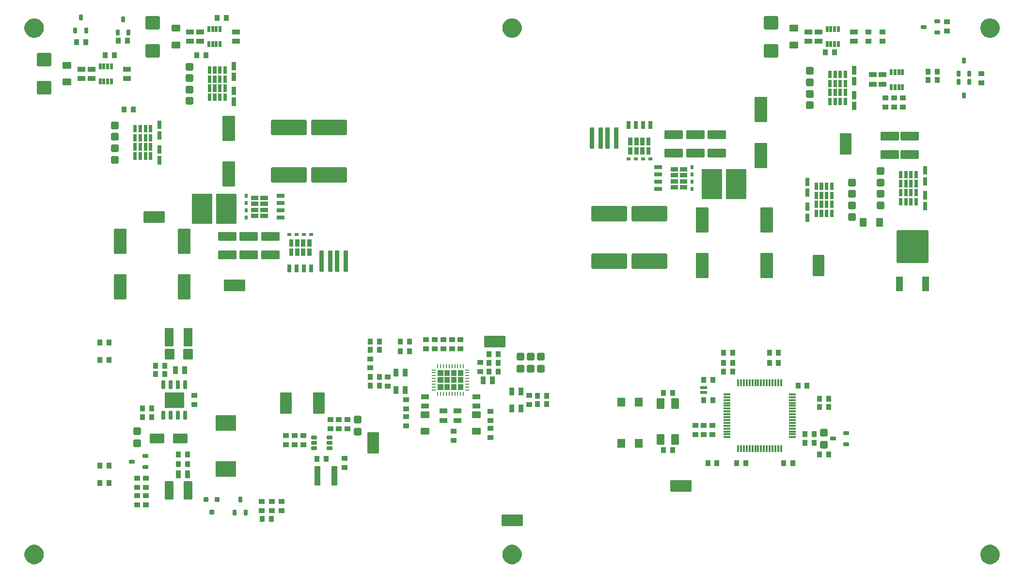
<source format=gtp>
G04*
G04 #@! TF.GenerationSoftware,Altium Limited,Altium Designer,24.10.1 (45)*
G04*
G04 Layer_Color=8421504*
%FSLAX25Y25*%
%MOIN*%
G70*
G04*
G04 #@! TF.SameCoordinates,8297811D-FD7C-4D97-94B9-FAC798D6AB2D*
G04*
G04*
G04 #@! TF.FilePolarity,Positive*
G04*
G01*
G75*
G04:AMPARAMS|DCode=20|XSize=43.31mil|YSize=35.43mil|CornerRadius=2.66mil|HoleSize=0mil|Usage=FLASHONLY|Rotation=270.000|XOffset=0mil|YOffset=0mil|HoleType=Round|Shape=RoundedRectangle|*
%AMROUNDEDRECTD20*
21,1,0.04331,0.03012,0,0,270.0*
21,1,0.03799,0.03543,0,0,270.0*
1,1,0.00532,-0.01506,-0.01900*
1,1,0.00532,-0.01506,0.01900*
1,1,0.00532,0.01506,0.01900*
1,1,0.00532,0.01506,-0.01900*
%
%ADD20ROUNDEDRECTD20*%
G04:AMPARAMS|DCode=21|XSize=43.31mil|YSize=35.43mil|CornerRadius=2.66mil|HoleSize=0mil|Usage=FLASHONLY|Rotation=180.000|XOffset=0mil|YOffset=0mil|HoleType=Round|Shape=RoundedRectangle|*
%AMROUNDEDRECTD21*
21,1,0.04331,0.03012,0,0,180.0*
21,1,0.03799,0.03543,0,0,180.0*
1,1,0.00532,-0.01900,0.01506*
1,1,0.00532,0.01900,0.01506*
1,1,0.00532,0.01900,-0.01506*
1,1,0.00532,-0.01900,-0.01506*
%
%ADD21ROUNDEDRECTD21*%
G04:AMPARAMS|DCode=22|XSize=27.95mil|YSize=23.23mil|CornerRadius=2.9mil|HoleSize=0mil|Usage=FLASHONLY|Rotation=270.000|XOffset=0mil|YOffset=0mil|HoleType=Round|Shape=RoundedRectangle|*
%AMROUNDEDRECTD22*
21,1,0.02795,0.01742,0,0,270.0*
21,1,0.02215,0.02323,0,0,270.0*
1,1,0.00581,-0.00871,-0.01107*
1,1,0.00581,-0.00871,0.01107*
1,1,0.00581,0.00871,0.01107*
1,1,0.00581,0.00871,-0.01107*
%
%ADD22ROUNDEDRECTD22*%
G04:AMPARAMS|DCode=23|XSize=27.95mil|YSize=54.02mil|CornerRadius=3.49mil|HoleSize=0mil|Usage=FLASHONLY|Rotation=90.000|XOffset=0mil|YOffset=0mil|HoleType=Round|Shape=RoundedRectangle|*
%AMROUNDEDRECTD23*
21,1,0.02795,0.04703,0,0,90.0*
21,1,0.02097,0.05402,0,0,90.0*
1,1,0.00699,0.02351,0.01048*
1,1,0.00699,0.02351,-0.01048*
1,1,0.00699,-0.02351,-0.01048*
1,1,0.00699,-0.02351,0.01048*
%
%ADD23ROUNDEDRECTD23*%
G04:AMPARAMS|DCode=24|XSize=50.39mil|YSize=51.18mil|CornerRadius=6.3mil|HoleSize=0mil|Usage=FLASHONLY|Rotation=0.000|XOffset=0mil|YOffset=0mil|HoleType=Round|Shape=RoundedRectangle|*
%AMROUNDEDRECTD24*
21,1,0.05039,0.03858,0,0,0.0*
21,1,0.03780,0.05118,0,0,0.0*
1,1,0.01260,0.01890,-0.01929*
1,1,0.01260,-0.01890,-0.01929*
1,1,0.01260,-0.01890,0.01929*
1,1,0.01260,0.01890,0.01929*
%
%ADD24ROUNDEDRECTD24*%
G04:AMPARAMS|DCode=25|XSize=149.61mil|YSize=78.74mil|CornerRadius=5.91mil|HoleSize=0mil|Usage=FLASHONLY|Rotation=270.000|XOffset=0mil|YOffset=0mil|HoleType=Round|Shape=RoundedRectangle|*
%AMROUNDEDRECTD25*
21,1,0.14961,0.06693,0,0,270.0*
21,1,0.13780,0.07874,0,0,270.0*
1,1,0.01181,-0.03347,-0.06890*
1,1,0.01181,-0.03347,0.06890*
1,1,0.01181,0.03347,0.06890*
1,1,0.01181,0.03347,-0.06890*
%
%ADD25ROUNDEDRECTD25*%
G04:AMPARAMS|DCode=26|XSize=23.62mil|YSize=61.02mil|CornerRadius=2.95mil|HoleSize=0mil|Usage=FLASHONLY|Rotation=0.000|XOffset=0mil|YOffset=0mil|HoleType=Round|Shape=RoundedRectangle|*
%AMROUNDEDRECTD26*
21,1,0.02362,0.05512,0,0,0.0*
21,1,0.01772,0.06102,0,0,0.0*
1,1,0.00591,0.00886,-0.02756*
1,1,0.00591,-0.00886,-0.02756*
1,1,0.00591,-0.00886,0.02756*
1,1,0.00591,0.00886,0.02756*
%
%ADD26ROUNDEDRECTD26*%
G04:AMPARAMS|DCode=27|XSize=142.91mil|YSize=209.84mil|CornerRadius=10.72mil|HoleSize=0mil|Usage=FLASHONLY|Rotation=180.000|XOffset=0mil|YOffset=0mil|HoleType=Round|Shape=RoundedRectangle|*
%AMROUNDEDRECTD27*
21,1,0.14291,0.18840,0,0,180.0*
21,1,0.12148,0.20984,0,0,180.0*
1,1,0.02144,-0.06074,0.09420*
1,1,0.02144,0.06074,0.09420*
1,1,0.02144,0.06074,-0.09420*
1,1,0.02144,-0.06074,-0.09420*
%
%ADD27ROUNDEDRECTD27*%
G04:AMPARAMS|DCode=28|XSize=27.95mil|YSize=54.02mil|CornerRadius=3.49mil|HoleSize=0mil|Usage=FLASHONLY|Rotation=180.000|XOffset=0mil|YOffset=0mil|HoleType=Round|Shape=RoundedRectangle|*
%AMROUNDEDRECTD28*
21,1,0.02795,0.04703,0,0,180.0*
21,1,0.02097,0.05402,0,0,180.0*
1,1,0.00699,-0.01048,0.02351*
1,1,0.00699,0.01048,0.02351*
1,1,0.00699,0.01048,-0.02351*
1,1,0.00699,-0.01048,-0.02351*
%
%ADD28ROUNDEDRECTD28*%
G04:AMPARAMS|DCode=29|XSize=27.95mil|YSize=23.23mil|CornerRadius=2.9mil|HoleSize=0mil|Usage=FLASHONLY|Rotation=0.000|XOffset=0mil|YOffset=0mil|HoleType=Round|Shape=RoundedRectangle|*
%AMROUNDEDRECTD29*
21,1,0.02795,0.01742,0,0,0.0*
21,1,0.02215,0.02323,0,0,0.0*
1,1,0.00581,0.01107,-0.00871*
1,1,0.00581,-0.01107,-0.00871*
1,1,0.00581,-0.01107,0.00871*
1,1,0.00581,0.01107,0.00871*
%
%ADD29ROUNDEDRECTD29*%
G04:AMPARAMS|DCode=30|XSize=86.61mil|YSize=173.23mil|CornerRadius=6.5mil|HoleSize=0mil|Usage=FLASHONLY|Rotation=180.000|XOffset=0mil|YOffset=0mil|HoleType=Round|Shape=RoundedRectangle|*
%AMROUNDEDRECTD30*
21,1,0.08661,0.16024,0,0,180.0*
21,1,0.07362,0.17323,0,0,180.0*
1,1,0.01299,-0.03681,0.08012*
1,1,0.01299,0.03681,0.08012*
1,1,0.01299,0.03681,-0.08012*
1,1,0.01299,-0.03681,-0.08012*
%
%ADD30ROUNDEDRECTD30*%
G04:AMPARAMS|DCode=31|XSize=149.61mil|YSize=78.74mil|CornerRadius=5.91mil|HoleSize=0mil|Usage=FLASHONLY|Rotation=180.000|XOffset=0mil|YOffset=0mil|HoleType=Round|Shape=RoundedRectangle|*
%AMROUNDEDRECTD31*
21,1,0.14961,0.06693,0,0,180.0*
21,1,0.13780,0.07874,0,0,180.0*
1,1,0.01181,-0.06890,0.03347*
1,1,0.01181,0.06890,0.03347*
1,1,0.01181,0.06890,-0.03347*
1,1,0.01181,-0.06890,-0.03347*
%
%ADD31ROUNDEDRECTD31*%
G04:AMPARAMS|DCode=32|XSize=106.3mil|YSize=244.1mil|CornerRadius=7.97mil|HoleSize=0mil|Usage=FLASHONLY|Rotation=270.000|XOffset=0mil|YOffset=0mil|HoleType=Round|Shape=RoundedRectangle|*
%AMROUNDEDRECTD32*
21,1,0.10630,0.22815,0,0,270.0*
21,1,0.09035,0.24410,0,0,270.0*
1,1,0.01595,-0.11408,-0.04518*
1,1,0.01595,-0.11408,0.04518*
1,1,0.01595,0.11408,0.04518*
1,1,0.01595,0.11408,-0.04518*
%
%ADD32ROUNDEDRECTD32*%
G04:AMPARAMS|DCode=33|XSize=25.59mil|YSize=37.4mil|CornerRadius=3.2mil|HoleSize=0mil|Usage=FLASHONLY|Rotation=180.000|XOffset=0mil|YOffset=0mil|HoleType=Round|Shape=RoundedRectangle|*
%AMROUNDEDRECTD33*
21,1,0.02559,0.03100,0,0,180.0*
21,1,0.01919,0.03740,0,0,180.0*
1,1,0.00640,-0.00960,0.01550*
1,1,0.00640,0.00960,0.01550*
1,1,0.00640,0.00960,-0.01550*
1,1,0.00640,-0.00960,-0.01550*
%
%ADD33ROUNDEDRECTD33*%
G04:AMPARAMS|DCode=34|XSize=25.59mil|YSize=37.4mil|CornerRadius=3.2mil|HoleSize=0mil|Usage=FLASHONLY|Rotation=270.000|XOffset=0mil|YOffset=0mil|HoleType=Round|Shape=RoundedRectangle|*
%AMROUNDEDRECTD34*
21,1,0.02559,0.03100,0,0,270.0*
21,1,0.01919,0.03740,0,0,270.0*
1,1,0.00640,-0.01550,-0.00960*
1,1,0.00640,-0.01550,0.00960*
1,1,0.00640,0.01550,0.00960*
1,1,0.00640,0.01550,-0.00960*
%
%ADD34ROUNDEDRECTD34*%
G04:AMPARAMS|DCode=35|XSize=43.31mil|YSize=35.43mil|CornerRadius=3.54mil|HoleSize=0mil|Usage=FLASHONLY|Rotation=90.000|XOffset=0mil|YOffset=0mil|HoleType=Round|Shape=RoundedRectangle|*
%AMROUNDEDRECTD35*
21,1,0.04331,0.02835,0,0,90.0*
21,1,0.03622,0.03543,0,0,90.0*
1,1,0.00709,0.01417,0.01811*
1,1,0.00709,0.01417,-0.01811*
1,1,0.00709,-0.01417,-0.01811*
1,1,0.00709,-0.01417,0.01811*
%
%ADD35ROUNDEDRECTD35*%
G04:AMPARAMS|DCode=36|XSize=62.99mil|YSize=55.12mil|CornerRadius=4.13mil|HoleSize=0mil|Usage=FLASHONLY|Rotation=90.000|XOffset=0mil|YOffset=0mil|HoleType=Round|Shape=RoundedRectangle|*
%AMROUNDEDRECTD36*
21,1,0.06299,0.04685,0,0,90.0*
21,1,0.05472,0.05512,0,0,90.0*
1,1,0.00827,0.02343,0.02736*
1,1,0.00827,0.02343,-0.02736*
1,1,0.00827,-0.02343,-0.02736*
1,1,0.00827,-0.02343,0.02736*
%
%ADD36ROUNDEDRECTD36*%
G04:AMPARAMS|DCode=37|XSize=104.33mil|YSize=141.73mil|CornerRadius=1.97mil|HoleSize=0mil|Usage=FLASHONLY|Rotation=270.000|XOffset=0mil|YOffset=0mil|HoleType=Round|Shape=RoundedRectangle|*
%AMROUNDEDRECTD37*
21,1,0.10433,0.13780,0,0,270.0*
21,1,0.10039,0.14173,0,0,270.0*
1,1,0.00394,-0.06890,-0.05020*
1,1,0.00394,-0.06890,0.05020*
1,1,0.00394,0.06890,0.05020*
1,1,0.00394,0.06890,-0.05020*
%
%ADD37ROUNDEDRECTD37*%
G04:AMPARAMS|DCode=38|XSize=51.18mil|YSize=51.18mil|CornerRadius=5.12mil|HoleSize=0mil|Usage=FLASHONLY|Rotation=270.000|XOffset=0mil|YOffset=0mil|HoleType=Round|Shape=RoundedRectangle|*
%AMROUNDEDRECTD38*
21,1,0.05118,0.04095,0,0,270.0*
21,1,0.04095,0.05118,0,0,270.0*
1,1,0.01024,-0.02047,-0.02047*
1,1,0.01024,-0.02047,0.02047*
1,1,0.01024,0.02047,0.02047*
1,1,0.01024,0.02047,-0.02047*
%
%ADD38ROUNDEDRECTD38*%
G04:AMPARAMS|DCode=39|XSize=31.5mil|YSize=35.43mil|CornerRadius=3.94mil|HoleSize=0mil|Usage=FLASHONLY|Rotation=0.000|XOffset=0mil|YOffset=0mil|HoleType=Round|Shape=RoundedRectangle|*
%AMROUNDEDRECTD39*
21,1,0.03150,0.02756,0,0,0.0*
21,1,0.02362,0.03543,0,0,0.0*
1,1,0.00787,0.01181,-0.01378*
1,1,0.00787,-0.01181,-0.01378*
1,1,0.00787,-0.01181,0.01378*
1,1,0.00787,0.01181,0.01378*
%
%ADD39ROUNDEDRECTD39*%
G04:AMPARAMS|DCode=40|XSize=74.8mil|YSize=55.12mil|CornerRadius=6.89mil|HoleSize=0mil|Usage=FLASHONLY|Rotation=270.000|XOffset=0mil|YOffset=0mil|HoleType=Round|Shape=RoundedRectangle|*
%AMROUNDEDRECTD40*
21,1,0.07480,0.04134,0,0,270.0*
21,1,0.06102,0.05512,0,0,270.0*
1,1,0.01378,-0.02067,-0.03051*
1,1,0.01378,-0.02067,0.03051*
1,1,0.01378,0.02067,0.03051*
1,1,0.01378,0.02067,-0.03051*
%
%ADD40ROUNDEDRECTD40*%
G04:AMPARAMS|DCode=41|XSize=22.64mil|YSize=44.88mil|CornerRadius=1.7mil|HoleSize=0mil|Usage=FLASHONLY|Rotation=90.000|XOffset=0mil|YOffset=0mil|HoleType=Round|Shape=RoundedRectangle|*
%AMROUNDEDRECTD41*
21,1,0.02264,0.04149,0,0,90.0*
21,1,0.01924,0.04488,0,0,90.0*
1,1,0.00340,0.02074,0.00962*
1,1,0.00340,0.02074,-0.00962*
1,1,0.00340,-0.02074,-0.00962*
1,1,0.00340,-0.02074,0.00962*
%
%ADD41ROUNDEDRECTD41*%
G04:AMPARAMS|DCode=42|XSize=11.81mil|YSize=47.24mil|CornerRadius=1.48mil|HoleSize=0mil|Usage=FLASHONLY|Rotation=90.000|XOffset=0mil|YOffset=0mil|HoleType=Round|Shape=RoundedRectangle|*
%AMROUNDEDRECTD42*
21,1,0.01181,0.04429,0,0,90.0*
21,1,0.00886,0.04724,0,0,90.0*
1,1,0.00295,0.02215,0.00443*
1,1,0.00295,0.02215,-0.00443*
1,1,0.00295,-0.02215,-0.00443*
1,1,0.00295,-0.02215,0.00443*
%
%ADD42ROUNDEDRECTD42*%
G04:AMPARAMS|DCode=43|XSize=11.81mil|YSize=47.24mil|CornerRadius=1.48mil|HoleSize=0mil|Usage=FLASHONLY|Rotation=0.000|XOffset=0mil|YOffset=0mil|HoleType=Round|Shape=RoundedRectangle|*
%AMROUNDEDRECTD43*
21,1,0.01181,0.04429,0,0,0.0*
21,1,0.00886,0.04724,0,0,0.0*
1,1,0.00295,0.00443,-0.02215*
1,1,0.00295,-0.00443,-0.02215*
1,1,0.00295,-0.00443,0.02215*
1,1,0.00295,0.00443,0.02215*
%
%ADD43ROUNDEDRECTD43*%
G04:AMPARAMS|DCode=44|XSize=43.31mil|YSize=35.43mil|CornerRadius=3.54mil|HoleSize=0mil|Usage=FLASHONLY|Rotation=0.000|XOffset=0mil|YOffset=0mil|HoleType=Round|Shape=RoundedRectangle|*
%AMROUNDEDRECTD44*
21,1,0.04331,0.02835,0,0,0.0*
21,1,0.03622,0.03543,0,0,0.0*
1,1,0.00709,0.01811,-0.01417*
1,1,0.00709,-0.01811,-0.01417*
1,1,0.00709,-0.01811,0.01417*
1,1,0.00709,0.01811,0.01417*
%
%ADD44ROUNDEDRECTD44*%
G04:AMPARAMS|DCode=45|XSize=43.31mil|YSize=133.86mil|CornerRadius=1.97mil|HoleSize=0mil|Usage=FLASHONLY|Rotation=0.000|XOffset=0mil|YOffset=0mil|HoleType=Round|Shape=RoundedRectangle|*
%AMROUNDEDRECTD45*
21,1,0.04331,0.12992,0,0,0.0*
21,1,0.03937,0.13386,0,0,0.0*
1,1,0.00394,0.01968,-0.06496*
1,1,0.00394,-0.01968,-0.06496*
1,1,0.00394,-0.01968,0.06496*
1,1,0.00394,0.01968,0.06496*
%
%ADD45ROUNDEDRECTD45*%
G04:AMPARAMS|DCode=46|XSize=62.99mil|YSize=124.02mil|CornerRadius=4.72mil|HoleSize=0mil|Usage=FLASHONLY|Rotation=0.000|XOffset=0mil|YOffset=0mil|HoleType=Round|Shape=RoundedRectangle|*
%AMROUNDEDRECTD46*
21,1,0.06299,0.11457,0,0,0.0*
21,1,0.05354,0.12402,0,0,0.0*
1,1,0.00945,0.02677,-0.05728*
1,1,0.00945,-0.02677,-0.05728*
1,1,0.00945,-0.02677,0.05728*
1,1,0.00945,0.02677,0.05728*
%
%ADD46ROUNDEDRECTD46*%
G04:AMPARAMS|DCode=47|XSize=55.12mil|YSize=35.43mil|CornerRadius=2.66mil|HoleSize=0mil|Usage=FLASHONLY|Rotation=90.000|XOffset=0mil|YOffset=0mil|HoleType=Round|Shape=RoundedRectangle|*
%AMROUNDEDRECTD47*
21,1,0.05512,0.03012,0,0,90.0*
21,1,0.04980,0.03543,0,0,90.0*
1,1,0.00532,0.01506,0.02490*
1,1,0.00532,0.01506,-0.02490*
1,1,0.00532,-0.01506,-0.02490*
1,1,0.00532,-0.01506,0.02490*
%
%ADD47ROUNDEDRECTD47*%
G04:AMPARAMS|DCode=48|XSize=23.62mil|YSize=39.37mil|CornerRadius=2.01mil|HoleSize=0mil|Usage=FLASHONLY|Rotation=270.000|XOffset=0mil|YOffset=0mil|HoleType=Round|Shape=RoundedRectangle|*
%AMROUNDEDRECTD48*
21,1,0.02362,0.03535,0,0,270.0*
21,1,0.01961,0.03937,0,0,270.0*
1,1,0.00402,-0.01768,-0.00980*
1,1,0.00402,-0.01768,0.00980*
1,1,0.00402,0.01768,0.00980*
1,1,0.00402,0.01768,-0.00980*
%
%ADD48ROUNDEDRECTD48*%
G04:AMPARAMS|DCode=49|XSize=49.21mil|YSize=102.36mil|CornerRadius=3.69mil|HoleSize=0mil|Usage=FLASHONLY|Rotation=0.000|XOffset=0mil|YOffset=0mil|HoleType=Round|Shape=RoundedRectangle|*
%AMROUNDEDRECTD49*
21,1,0.04921,0.09498,0,0,0.0*
21,1,0.04183,0.10236,0,0,0.0*
1,1,0.00738,0.02092,-0.04749*
1,1,0.00738,-0.02092,-0.04749*
1,1,0.00738,-0.02092,0.04749*
1,1,0.00738,0.02092,0.04749*
%
%ADD49ROUNDEDRECTD49*%
G04:AMPARAMS|DCode=50|XSize=218.5mil|YSize=224.41mil|CornerRadius=5.46mil|HoleSize=0mil|Usage=FLASHONLY|Rotation=0.000|XOffset=0mil|YOffset=0mil|HoleType=Round|Shape=RoundedRectangle|*
%AMROUNDEDRECTD50*
21,1,0.21850,0.21348,0,0,0.0*
21,1,0.20758,0.22441,0,0,0.0*
1,1,0.01093,0.10379,-0.10674*
1,1,0.01093,-0.10379,-0.10674*
1,1,0.01093,-0.10379,0.10674*
1,1,0.01093,0.10379,0.10674*
%
%ADD50ROUNDEDRECTD50*%
G04:AMPARAMS|DCode=51|XSize=55.12mil|YSize=35.43mil|CornerRadius=2.66mil|HoleSize=0mil|Usage=FLASHONLY|Rotation=180.000|XOffset=0mil|YOffset=0mil|HoleType=Round|Shape=RoundedRectangle|*
%AMROUNDEDRECTD51*
21,1,0.05512,0.03012,0,0,180.0*
21,1,0.04980,0.03543,0,0,180.0*
1,1,0.00532,-0.02490,0.01506*
1,1,0.00532,0.02490,0.01506*
1,1,0.00532,0.02490,-0.01506*
1,1,0.00532,-0.02490,-0.01506*
%
%ADD51ROUNDEDRECTD51*%
G04:AMPARAMS|DCode=52|XSize=62.99mil|YSize=124.02mil|CornerRadius=4.72mil|HoleSize=0mil|Usage=FLASHONLY|Rotation=90.000|XOffset=0mil|YOffset=0mil|HoleType=Round|Shape=RoundedRectangle|*
%AMROUNDEDRECTD52*
21,1,0.06299,0.11457,0,0,90.0*
21,1,0.05354,0.12402,0,0,90.0*
1,1,0.00945,0.05728,0.02677*
1,1,0.00945,0.05728,-0.02677*
1,1,0.00945,-0.05728,-0.02677*
1,1,0.00945,-0.05728,0.02677*
%
%ADD52ROUNDEDRECTD52*%
G04:AMPARAMS|DCode=53|XSize=74.8mil|YSize=68.9mil|CornerRadius=6.89mil|HoleSize=0mil|Usage=FLASHONLY|Rotation=270.000|XOffset=0mil|YOffset=0mil|HoleType=Round|Shape=RoundedRectangle|*
%AMROUNDEDRECTD53*
21,1,0.07480,0.05512,0,0,270.0*
21,1,0.06102,0.06890,0,0,270.0*
1,1,0.01378,-0.02756,-0.03051*
1,1,0.01378,-0.02756,0.03051*
1,1,0.01378,0.02756,0.03051*
1,1,0.01378,0.02756,-0.03051*
%
%ADD53ROUNDEDRECTD53*%
G04:AMPARAMS|DCode=54|XSize=98.43mil|YSize=66.93mil|CornerRadius=1.97mil|HoleSize=0mil|Usage=FLASHONLY|Rotation=180.000|XOffset=0mil|YOffset=0mil|HoleType=Round|Shape=RoundedRectangle|*
%AMROUNDEDRECTD54*
21,1,0.09843,0.06299,0,0,180.0*
21,1,0.09449,0.06693,0,0,180.0*
1,1,0.00394,-0.04724,0.03150*
1,1,0.00394,0.04724,0.03150*
1,1,0.00394,0.04724,-0.03150*
1,1,0.00394,-0.04724,-0.03150*
%
%ADD54ROUNDEDRECTD54*%
G04:AMPARAMS|DCode=55|XSize=30mil|YSize=145.98mil|CornerRadius=2.25mil|HoleSize=0mil|Usage=FLASHONLY|Rotation=0.000|XOffset=0mil|YOffset=0mil|HoleType=Round|Shape=RoundedRectangle|*
%AMROUNDEDRECTD55*
21,1,0.03000,0.14148,0,0,0.0*
21,1,0.02550,0.14598,0,0,0.0*
1,1,0.00450,0.01275,-0.07074*
1,1,0.00450,-0.01275,-0.07074*
1,1,0.00450,-0.01275,0.07074*
1,1,0.00450,0.01275,0.07074*
%
%ADD55ROUNDEDRECTD55*%
G04:AMPARAMS|DCode=56|XSize=47.24mil|YSize=59.06mil|CornerRadius=3.54mil|HoleSize=0mil|Usage=FLASHONLY|Rotation=270.000|XOffset=0mil|YOffset=0mil|HoleType=Round|Shape=RoundedRectangle|*
%AMROUNDEDRECTD56*
21,1,0.04724,0.05197,0,0,270.0*
21,1,0.04016,0.05906,0,0,270.0*
1,1,0.00709,-0.02598,-0.02008*
1,1,0.00709,-0.02598,0.02008*
1,1,0.00709,0.02598,0.02008*
1,1,0.00709,0.02598,-0.02008*
%
%ADD56ROUNDEDRECTD56*%
G04:AMPARAMS|DCode=57|XSize=23.62mil|YSize=9.84mil|CornerRadius=1.23mil|HoleSize=0mil|Usage=FLASHONLY|Rotation=180.000|XOffset=0mil|YOffset=0mil|HoleType=Round|Shape=RoundedRectangle|*
%AMROUNDEDRECTD57*
21,1,0.02362,0.00738,0,0,180.0*
21,1,0.02116,0.00984,0,0,180.0*
1,1,0.00246,-0.01058,0.00369*
1,1,0.00246,0.01058,0.00369*
1,1,0.00246,0.01058,-0.00369*
1,1,0.00246,-0.01058,-0.00369*
%
%ADD57ROUNDEDRECTD57*%
G04:AMPARAMS|DCode=58|XSize=23.62mil|YSize=9.84mil|CornerRadius=1.23mil|HoleSize=0mil|Usage=FLASHONLY|Rotation=90.000|XOffset=0mil|YOffset=0mil|HoleType=Round|Shape=RoundedRectangle|*
%AMROUNDEDRECTD58*
21,1,0.02362,0.00738,0,0,90.0*
21,1,0.02116,0.00984,0,0,90.0*
1,1,0.00246,0.00369,0.01058*
1,1,0.00246,0.00369,-0.01058*
1,1,0.00246,-0.00369,-0.01058*
1,1,0.00246,-0.00369,0.01058*
%
%ADD58ROUNDEDRECTD58*%
G04:AMPARAMS|DCode=59|XSize=17.72mil|YSize=41.34mil|CornerRadius=2.22mil|HoleSize=0mil|Usage=FLASHONLY|Rotation=0.000|XOffset=0mil|YOffset=0mil|HoleType=Round|Shape=RoundedRectangle|*
%AMROUNDEDRECTD59*
21,1,0.01772,0.03691,0,0,0.0*
21,1,0.01329,0.04134,0,0,0.0*
1,1,0.00443,0.00664,-0.01846*
1,1,0.00443,-0.00664,-0.01846*
1,1,0.00443,-0.00664,0.01846*
1,1,0.00443,0.00664,0.01846*
%
%ADD59ROUNDEDRECTD59*%
G04:AMPARAMS|DCode=60|XSize=47.24mil|YSize=59.06mil|CornerRadius=3.54mil|HoleSize=0mil|Usage=FLASHONLY|Rotation=0.000|XOffset=0mil|YOffset=0mil|HoleType=Round|Shape=RoundedRectangle|*
%AMROUNDEDRECTD60*
21,1,0.04724,0.05197,0,0,0.0*
21,1,0.04016,0.05906,0,0,0.0*
1,1,0.00709,0.02008,-0.02598*
1,1,0.00709,-0.02008,-0.02598*
1,1,0.00709,-0.02008,0.02598*
1,1,0.00709,0.02008,0.02598*
%
%ADD60ROUNDEDRECTD60*%
G04:AMPARAMS|DCode=61|XSize=90.55mil|YSize=98.43mil|CornerRadius=6.79mil|HoleSize=0mil|Usage=FLASHONLY|Rotation=90.000|XOffset=0mil|YOffset=0mil|HoleType=Round|Shape=RoundedRectangle|*
%AMROUNDEDRECTD61*
21,1,0.09055,0.08484,0,0,90.0*
21,1,0.07697,0.09843,0,0,90.0*
1,1,0.01358,0.04242,0.03848*
1,1,0.01358,0.04242,-0.03848*
1,1,0.01358,-0.04242,-0.03848*
1,1,0.01358,-0.04242,0.03848*
%
%ADD61ROUNDEDRECTD61*%
G36*
X17700Y384388D02*
X18918Y383884D01*
X20015Y383152D01*
X20947Y382219D01*
X21679Y381123D01*
X22184Y379905D01*
X22441Y378612D01*
Y377953D01*
Y377294D01*
X22184Y376000D01*
X21679Y374782D01*
X20947Y373686D01*
X20015Y372754D01*
X18918Y372022D01*
X17700Y371517D01*
X16407Y371260D01*
X15089D01*
X13796Y371517D01*
X12578Y372022D01*
X11481Y372754D01*
X10549Y373686D01*
X9817Y374782D01*
X9312Y376000D01*
X9055Y377294D01*
X9055Y377953D01*
Y378612D01*
X9312Y379905D01*
X9817Y381123D01*
X10549Y382219D01*
X11481Y383152D01*
X12578Y383884D01*
X13796Y384388D01*
X15089Y384646D01*
X16407D01*
X17700Y384388D01*
D02*
G37*
G36*
X346440Y384388D02*
X347658Y383884D01*
X348755Y383152D01*
X349687Y382219D01*
X350419Y381123D01*
X350924Y379905D01*
X351181Y378612D01*
Y377953D01*
Y377294D01*
X350924Y376000D01*
X350419Y374782D01*
X349687Y373686D01*
X348755Y372754D01*
X347658Y372022D01*
X346440Y371517D01*
X345147Y371260D01*
X343829D01*
X342536Y371517D01*
X341318Y372022D01*
X340222Y372754D01*
X339289Y373686D01*
X338557Y374782D01*
X338053Y376000D01*
X337795Y377294D01*
Y377953D01*
Y378612D01*
X338053Y379905D01*
X338557Y381123D01*
X339289Y382219D01*
X340222Y383152D01*
X341318Y383884D01*
X342536Y384388D01*
X343829Y384646D01*
X345147D01*
X346440Y384388D01*
D02*
G37*
G36*
X154508Y349016D02*
X151752D01*
Y354724D01*
X154508D01*
Y349016D01*
D02*
G37*
G36*
X148228Y346457D02*
X145866D01*
Y351575D01*
X148228D01*
Y346457D01*
D02*
G37*
G36*
X144685D02*
X142323D01*
Y351575D01*
X144685D01*
Y346457D01*
D02*
G37*
G36*
X141142D02*
X138779D01*
Y351575D01*
X141142D01*
Y346457D01*
D02*
G37*
G36*
X137598D02*
X135236D01*
Y351575D01*
X137598D01*
Y346457D01*
D02*
G37*
G36*
X154508Y341535D02*
X151752D01*
Y347244D01*
X154508D01*
Y341535D01*
D02*
G37*
G36*
X148228Y340158D02*
X145866D01*
Y345276D01*
X148228D01*
Y340158D01*
D02*
G37*
G36*
X144685D02*
X142323D01*
Y345276D01*
X144685D01*
Y340158D01*
D02*
G37*
G36*
X141142D02*
X138779D01*
Y345276D01*
X141142D01*
Y340158D01*
D02*
G37*
G36*
X137598D02*
X135236D01*
Y345276D01*
X137598D01*
Y340158D01*
D02*
G37*
G36*
X148228Y334055D02*
X145866D01*
Y339173D01*
X148228D01*
Y334055D01*
D02*
G37*
G36*
X144685D02*
X142323D01*
Y339173D01*
X144685D01*
Y334055D01*
D02*
G37*
G36*
X141142D02*
X138779D01*
Y339173D01*
X141142D01*
Y334055D01*
D02*
G37*
G36*
X137598D02*
X135236D01*
Y339173D01*
X137598D01*
Y334055D01*
D02*
G37*
G36*
X154508Y331890D02*
X151752D01*
Y337598D01*
X154508D01*
Y331890D01*
D02*
G37*
G36*
X148228Y327756D02*
X145866D01*
Y332874D01*
X148228D01*
Y327756D01*
D02*
G37*
G36*
X144685D02*
X142323D01*
Y332874D01*
X144685D01*
Y327756D01*
D02*
G37*
G36*
X141142D02*
X138779D01*
Y332874D01*
X141142D01*
Y327756D01*
D02*
G37*
G36*
X137598D02*
X135236D01*
Y332874D01*
X137598D01*
Y327756D01*
D02*
G37*
G36*
X154508Y324409D02*
X151752D01*
Y330118D01*
X154508D01*
Y324409D01*
D02*
G37*
G36*
X103327Y308661D02*
X100571D01*
Y314370D01*
X103327D01*
Y308661D01*
D02*
G37*
G36*
X97047Y306102D02*
X94685D01*
Y311221D01*
X97047D01*
Y306102D01*
D02*
G37*
G36*
X93504D02*
X91142D01*
Y311221D01*
X93504D01*
Y306102D01*
D02*
G37*
G36*
X89961D02*
X87598D01*
Y311221D01*
X89961D01*
Y306102D01*
D02*
G37*
G36*
X86417D02*
X84055D01*
Y311221D01*
X86417D01*
Y306102D01*
D02*
G37*
G36*
X103327Y301181D02*
X100571D01*
Y306890D01*
X103327D01*
Y301181D01*
D02*
G37*
G36*
X97047Y299803D02*
X94685D01*
Y304921D01*
X97047D01*
Y299803D01*
D02*
G37*
G36*
X93504D02*
X91142D01*
Y304921D01*
X93504D01*
Y299803D01*
D02*
G37*
G36*
X89961D02*
X87598D01*
Y304921D01*
X89961D01*
Y299803D01*
D02*
G37*
G36*
X86417D02*
X84055D01*
Y304921D01*
X86417D01*
Y299803D01*
D02*
G37*
G36*
X427378Y297354D02*
X424441D01*
Y302449D01*
X427378D01*
Y297354D01*
D02*
G37*
G36*
X97047Y293701D02*
X94685D01*
Y298819D01*
X97047D01*
Y293701D01*
D02*
G37*
G36*
X93504D02*
X91142D01*
Y298819D01*
X93504D01*
Y293701D01*
D02*
G37*
G36*
X89961D02*
X87598D01*
Y298819D01*
X89961D01*
Y293701D01*
D02*
G37*
G36*
X86417D02*
X84055D01*
Y298819D01*
X86417D01*
Y293701D01*
D02*
G37*
G36*
X103327Y291535D02*
X100571D01*
Y297244D01*
X103327D01*
Y291535D01*
D02*
G37*
G36*
X427378Y290882D02*
X424441D01*
Y295976D01*
X427378D01*
Y290882D01*
D02*
G37*
G36*
X97047Y287402D02*
X94685D01*
Y292520D01*
X97047D01*
Y287402D01*
D02*
G37*
G36*
X93504D02*
X91142D01*
Y292520D01*
X93504D01*
Y287402D01*
D02*
G37*
G36*
X89961D02*
X87598D01*
Y292520D01*
X89961D01*
Y287402D01*
D02*
G37*
G36*
X86417D02*
X84055D01*
Y292520D01*
X86417D01*
Y287402D01*
D02*
G37*
G36*
X103327Y284055D02*
X100571D01*
Y289764D01*
X103327D01*
Y284055D01*
D02*
G37*
G36*
X176464Y259630D02*
X171370D01*
Y262567D01*
X176464D01*
Y259630D01*
D02*
G37*
G36*
X169992D02*
X164898D01*
Y262567D01*
X169992D01*
Y259630D01*
D02*
G37*
G36*
X176464Y255512D02*
X171370D01*
Y258449D01*
X176464D01*
Y255512D01*
D02*
G37*
G36*
X169992D02*
X164898D01*
Y258449D01*
X169992D01*
Y255512D01*
D02*
G37*
G36*
X176464Y251394D02*
X171370D01*
Y254331D01*
X176464D01*
Y251394D01*
D02*
G37*
G36*
X169992D02*
X164898D01*
Y254331D01*
X169992D01*
Y251394D01*
D02*
G37*
G36*
X176464Y247276D02*
X171370D01*
Y250213D01*
X176464D01*
Y247276D01*
D02*
G37*
G36*
X169992D02*
X164898D01*
Y250213D01*
X169992D01*
Y247276D01*
D02*
G37*
G36*
X206465Y227646D02*
X203527D01*
Y232740D01*
X206465D01*
Y227646D01*
D02*
G37*
G36*
X202346D02*
X199409D01*
Y232740D01*
X202346D01*
Y227646D01*
D02*
G37*
G36*
X198228D02*
X195291D01*
Y232740D01*
X198228D01*
Y227646D01*
D02*
G37*
G36*
X194110D02*
X191173D01*
Y232740D01*
X194110D01*
Y227646D01*
D02*
G37*
G36*
X206465Y221173D02*
X203527D01*
Y226268D01*
X206465D01*
Y221173D01*
D02*
G37*
G36*
X202346D02*
X199409D01*
Y226268D01*
X202346D01*
Y221173D01*
D02*
G37*
G36*
X198228D02*
X195291D01*
Y226268D01*
X198228D01*
Y221173D01*
D02*
G37*
G36*
X194110D02*
X191173D01*
Y226268D01*
X194110D01*
Y221173D01*
D02*
G37*
G36*
X310820Y142667D02*
X310876Y142612D01*
X310906Y142539D01*
X310906Y142500D01*
X310906D01*
X310906Y138839D01*
X310906Y138799D01*
X310876Y138727D01*
X310820Y138672D01*
X310748Y138642D01*
X310709Y138642D01*
X310709Y138642D01*
X307323Y138642D01*
X307284Y138642D01*
X307211Y138672D01*
X307156Y138727D01*
X307126Y138799D01*
X307126Y138839D01*
Y142500D01*
X307126Y142539D01*
X307156Y142612D01*
X307211Y142667D01*
X307284Y142697D01*
X307323Y142697D01*
X307323Y142697D01*
X310709Y142697D01*
X310748Y142697D01*
X310820Y142667D01*
D02*
G37*
G36*
X306253D02*
X306309Y142612D01*
X306339Y142539D01*
X306339Y142500D01*
X306339D01*
X306339Y138839D01*
X306339Y138799D01*
X306309Y138727D01*
X306253Y138672D01*
X306181Y138642D01*
X306142Y138642D01*
X306142Y138642D01*
X302756Y138642D01*
X302717Y138642D01*
X302644Y138672D01*
X302589Y138727D01*
X302559Y138799D01*
X302559Y138839D01*
Y142500D01*
X302559Y142539D01*
X302589Y142612D01*
X302644Y142667D01*
X302717Y142697D01*
X302756Y142697D01*
X302756Y142697D01*
X306142Y142697D01*
X306181Y142697D01*
X306253Y142667D01*
D02*
G37*
G36*
X301686D02*
X301742Y142612D01*
X301772Y142539D01*
X301772Y142500D01*
X301772D01*
X301772Y138839D01*
X301772Y138799D01*
X301742Y138727D01*
X301686Y138672D01*
X301614Y138642D01*
X301575Y138642D01*
X301575Y138642D01*
X298189Y138642D01*
X298150Y138642D01*
X298078Y138672D01*
X298022Y138727D01*
X297992Y138799D01*
X297992Y138839D01*
Y142500D01*
X297992Y142539D01*
X298022Y142612D01*
X298078Y142667D01*
X298150Y142697D01*
X298189Y142697D01*
X298189Y142697D01*
X301575Y142697D01*
X301614Y142697D01*
X301686Y142667D01*
D02*
G37*
G36*
X297119D02*
X297175Y142612D01*
X297205Y142539D01*
X297205Y142500D01*
X297205D01*
X297205Y138839D01*
X297205Y138799D01*
X297175Y138727D01*
X297119Y138672D01*
X297047Y138642D01*
X297008Y138642D01*
X297008Y138642D01*
X293622Y138642D01*
X293583Y138642D01*
X293511Y138672D01*
X293455Y138727D01*
X293425Y138799D01*
X293425Y138839D01*
Y142500D01*
X293425Y142539D01*
X293455Y142612D01*
X293511Y142667D01*
X293583Y142697D01*
X293622Y142697D01*
X293622Y142697D01*
X297008Y142697D01*
X297047Y142697D01*
X297119Y142667D01*
D02*
G37*
G36*
X310820Y137824D02*
X310876Y137769D01*
X310906Y137697D01*
X310906Y137657D01*
X310906D01*
X310906Y133996D01*
X310906Y133957D01*
X310876Y133885D01*
X310820Y133829D01*
X310748Y133799D01*
X310709Y133799D01*
X310709Y133799D01*
X307323Y133799D01*
X307284Y133799D01*
X307211Y133829D01*
X307156Y133885D01*
X307126Y133957D01*
X307126Y133996D01*
Y137657D01*
X307126Y137697D01*
X307156Y137769D01*
X307211Y137824D01*
X307284Y137854D01*
X307323Y137854D01*
X307323Y137854D01*
X310709Y137854D01*
X310748Y137854D01*
X310820Y137824D01*
D02*
G37*
G36*
X306253D02*
X306309Y137769D01*
X306339Y137697D01*
X306339Y137657D01*
X306339D01*
X306339Y133996D01*
X306339Y133957D01*
X306309Y133885D01*
X306253Y133829D01*
X306181Y133799D01*
X306142Y133799D01*
X306142Y133799D01*
X302756Y133799D01*
X302717Y133799D01*
X302644Y133829D01*
X302589Y133885D01*
X302559Y133957D01*
X302559Y133996D01*
Y137657D01*
X302559Y137697D01*
X302589Y137769D01*
X302644Y137824D01*
X302717Y137854D01*
X302756Y137854D01*
X302756Y137854D01*
X306142Y137854D01*
X306181Y137854D01*
X306253Y137824D01*
D02*
G37*
G36*
X301686D02*
X301742Y137769D01*
X301772Y137697D01*
X301772Y137657D01*
X301772D01*
X301772Y133996D01*
X301772Y133957D01*
X301742Y133885D01*
X301686Y133829D01*
X301614Y133799D01*
X301575Y133799D01*
X301575Y133799D01*
X298189Y133799D01*
X298150Y133799D01*
X298078Y133829D01*
X298022Y133885D01*
X297992Y133957D01*
X297992Y133996D01*
Y137657D01*
X297992Y137697D01*
X298022Y137769D01*
X298078Y137824D01*
X298150Y137854D01*
X298189Y137854D01*
X298189Y137854D01*
X301575Y137854D01*
X301614Y137854D01*
X301686Y137824D01*
D02*
G37*
G36*
X297119D02*
X297175Y137769D01*
X297205Y137697D01*
X297205Y137657D01*
X297205D01*
X297205Y133996D01*
X297205Y133957D01*
X297175Y133885D01*
X297119Y133829D01*
X297047Y133799D01*
X297008Y133799D01*
X297008Y133799D01*
X293622Y133799D01*
X293583Y133799D01*
X293511Y133829D01*
X293455Y133885D01*
X293425Y133957D01*
X293425Y133996D01*
Y137657D01*
X293425Y137697D01*
X293455Y137769D01*
X293511Y137824D01*
X293583Y137854D01*
X293622Y137854D01*
X293622Y137854D01*
X297008Y137854D01*
X297047Y137854D01*
X297119Y137824D01*
D02*
G37*
G36*
X310820Y132982D02*
X310876Y132926D01*
X310906Y132854D01*
X310906Y132815D01*
X310906D01*
X310906Y129154D01*
X310906Y129114D01*
X310876Y129042D01*
X310820Y128987D01*
X310748Y128957D01*
X310709Y128957D01*
X310709Y128957D01*
X307323Y128957D01*
X307284Y128957D01*
X307211Y128987D01*
X307156Y129042D01*
X307126Y129114D01*
X307126Y129154D01*
Y132815D01*
X307126Y132854D01*
X307156Y132926D01*
X307211Y132982D01*
X307284Y133012D01*
X307323Y133012D01*
X307323Y133012D01*
X310709Y133012D01*
X310748Y133012D01*
X310820Y132982D01*
D02*
G37*
G36*
X306253D02*
X306309Y132926D01*
X306339Y132854D01*
X306339Y132815D01*
X306339D01*
X306339Y129154D01*
X306339Y129114D01*
X306309Y129042D01*
X306253Y128987D01*
X306181Y128957D01*
X306142Y128957D01*
X306142Y128957D01*
X302756Y128957D01*
X302717Y128957D01*
X302644Y128987D01*
X302589Y129042D01*
X302559Y129114D01*
X302559Y129154D01*
Y132815D01*
X302559Y132854D01*
X302589Y132926D01*
X302644Y132982D01*
X302717Y133012D01*
X302756Y133012D01*
X302756Y133012D01*
X306142Y133012D01*
X306181Y133012D01*
X306253Y132982D01*
D02*
G37*
G36*
X301686D02*
X301742Y132926D01*
X301772Y132854D01*
X301772Y132815D01*
X301772D01*
X301772Y129154D01*
X301772Y129114D01*
X301742Y129042D01*
X301686Y128987D01*
X301614Y128957D01*
X301575Y128957D01*
X301575Y128957D01*
X298189Y128957D01*
X298150Y128957D01*
X298078Y128987D01*
X298022Y129042D01*
X297992Y129114D01*
X297992Y129154D01*
Y132815D01*
X297992Y132854D01*
X298022Y132926D01*
X298078Y132982D01*
X298150Y133012D01*
X298189Y133012D01*
X298189Y133012D01*
X301575Y133012D01*
X301614Y133012D01*
X301686Y132982D01*
D02*
G37*
G36*
X297119D02*
X297175Y132926D01*
X297205Y132854D01*
X297205Y132815D01*
X297205D01*
X297205Y129154D01*
X297205Y129114D01*
X297175Y129042D01*
X297119Y128987D01*
X297047Y128957D01*
X297008Y128957D01*
X297008Y128957D01*
X293622Y128957D01*
X293583Y128957D01*
X293511Y128987D01*
X293455Y129042D01*
X293425Y129114D01*
X293425Y129154D01*
Y132815D01*
X293425Y132854D01*
X293455Y132926D01*
X293511Y132982D01*
X293583Y133012D01*
X293622Y133012D01*
X293622Y133012D01*
X297008Y133012D01*
X297047Y133012D01*
X297119Y132982D01*
D02*
G37*
G36*
X118812Y127352D02*
X118868Y127297D01*
X118898Y127224D01*
Y127185D01*
X118898D01*
X118898Y116909D01*
X118898Y116870D01*
X118868Y116798D01*
X118812Y116743D01*
X118740Y116713D01*
X118701Y116713D01*
X118701Y116713D01*
X105709Y116713D01*
X105669Y116713D01*
X105597Y116743D01*
X105542Y116798D01*
X105512Y116870D01*
X105512Y116909D01*
X105512Y127185D01*
X105512Y127224D01*
X105542Y127296D01*
X105597Y127352D01*
X105669Y127382D01*
X105709Y127382D01*
X105709Y127382D01*
X118701Y127382D01*
X118740Y127382D01*
X118812Y127352D01*
D02*
G37*
G36*
X346440Y22184D02*
X347658Y21679D01*
X348755Y20947D01*
X349687Y20015D01*
X350419Y18918D01*
X350924Y17700D01*
X351181Y16407D01*
Y15748D01*
Y15089D01*
X350924Y13796D01*
X350419Y12578D01*
X349687Y11481D01*
X348755Y10549D01*
X347658Y9817D01*
X346440Y9312D01*
X345147Y9055D01*
X344488Y9055D01*
X343829D01*
X342536Y9312D01*
X341318Y9817D01*
X340222Y10549D01*
X339289Y11481D01*
X338557Y12578D01*
X338053Y13796D01*
X337795Y15089D01*
Y15748D01*
Y16407D01*
X338053Y17700D01*
X338557Y18918D01*
X339289Y20015D01*
X340222Y20947D01*
X341318Y21679D01*
X342536Y22184D01*
X343829Y22441D01*
X345147D01*
X346440Y22184D01*
D02*
G37*
G36*
X17700D02*
X18918Y21679D01*
X20015Y20947D01*
X20947Y20015D01*
X21679Y18918D01*
X22184Y17700D01*
X22441Y16407D01*
Y15748D01*
Y15089D01*
X22184Y13796D01*
X21679Y12578D01*
X20947Y11481D01*
X20015Y10549D01*
X18918Y9817D01*
X17700Y9312D01*
X16407Y9055D01*
X15748Y9055D01*
X15089D01*
X13796Y9312D01*
X12578Y9817D01*
X11481Y10549D01*
X10549Y11481D01*
X9817Y12578D01*
X9312Y13796D01*
X9055Y15089D01*
X9055Y15748D01*
Y16407D01*
X9312Y17700D01*
X9817Y18918D01*
X10549Y20015D01*
X11481Y20947D01*
X12578Y21679D01*
X13796Y22184D01*
X15089Y22441D01*
X16407D01*
X17700Y22184D01*
D02*
G37*
G36*
X675181Y384388D02*
X676399Y383884D01*
X677495Y383152D01*
X678427Y382219D01*
X679159Y381123D01*
X679664Y379905D01*
X679921Y378612D01*
Y377953D01*
Y377294D01*
X679664Y376000D01*
X679159Y374782D01*
X678427Y373686D01*
X677495Y372754D01*
X676399Y372022D01*
X675181Y371517D01*
X673887Y371260D01*
X672569D01*
X671276Y371517D01*
X670058Y372022D01*
X668962Y372754D01*
X668030Y373686D01*
X667297Y374782D01*
X666793Y376000D01*
X666535Y377294D01*
Y377953D01*
Y378612D01*
X666793Y379905D01*
X667297Y381123D01*
X668030Y382219D01*
X668962Y383152D01*
X670058Y383884D01*
X671276Y384388D01*
X672569Y384646D01*
X673887D01*
X675181Y384388D01*
D02*
G37*
G36*
X581181Y346063D02*
X578425D01*
Y351772D01*
X581181D01*
Y346063D01*
D02*
G37*
G36*
X574902Y343504D02*
X572539D01*
Y348622D01*
X574902D01*
Y343504D01*
D02*
G37*
G36*
X571358D02*
X568996D01*
Y348622D01*
X571358D01*
Y343504D01*
D02*
G37*
G36*
X567815D02*
X565453D01*
Y348622D01*
X567815D01*
Y343504D01*
D02*
G37*
G36*
X564272D02*
X561909D01*
Y348622D01*
X564272D01*
Y343504D01*
D02*
G37*
G36*
X581181Y338583D02*
X578425D01*
Y344291D01*
X581181D01*
Y338583D01*
D02*
G37*
G36*
X574902Y337205D02*
X572539D01*
Y342323D01*
X574902D01*
Y337205D01*
D02*
G37*
G36*
X571358D02*
X568996D01*
Y342323D01*
X571358D01*
Y337205D01*
D02*
G37*
G36*
X567815D02*
X565453D01*
Y342323D01*
X567815D01*
Y337205D01*
D02*
G37*
G36*
X564272D02*
X561909D01*
Y342323D01*
X564272D01*
Y337205D01*
D02*
G37*
G36*
X574902Y331102D02*
X572539D01*
Y336221D01*
X574902D01*
Y331102D01*
D02*
G37*
G36*
X571358D02*
X568996D01*
Y336221D01*
X571358D01*
Y331102D01*
D02*
G37*
G36*
X567815D02*
X565453D01*
Y336221D01*
X567815D01*
Y331102D01*
D02*
G37*
G36*
X564272D02*
X561909D01*
Y336221D01*
X564272D01*
Y331102D01*
D02*
G37*
G36*
X581181Y328937D02*
X578425D01*
Y334646D01*
X581181D01*
Y328937D01*
D02*
G37*
G36*
X574902Y324803D02*
X572539D01*
Y329921D01*
X574902D01*
Y324803D01*
D02*
G37*
G36*
X571358D02*
X568996D01*
Y329921D01*
X571358D01*
Y324803D01*
D02*
G37*
G36*
X567815D02*
X565453D01*
Y329921D01*
X567815D01*
Y324803D01*
D02*
G37*
G36*
X564272D02*
X561909D01*
Y329921D01*
X564272D01*
Y324803D01*
D02*
G37*
G36*
X581181Y321457D02*
X578425D01*
Y327165D01*
X581181D01*
Y321457D01*
D02*
G37*
G36*
X439732Y297354D02*
X436795D01*
Y302449D01*
X439732D01*
Y297354D01*
D02*
G37*
G36*
X435614D02*
X432677D01*
Y302449D01*
X435614D01*
Y297354D01*
D02*
G37*
G36*
X431496D02*
X428559D01*
Y302449D01*
X431496D01*
Y297354D01*
D02*
G37*
G36*
X439732Y290882D02*
X436795D01*
Y295976D01*
X439732D01*
Y290882D01*
D02*
G37*
G36*
X435614D02*
X432677D01*
Y295976D01*
X435614D01*
Y290882D01*
D02*
G37*
G36*
X431496D02*
X428559D01*
Y295976D01*
X431496D01*
Y290882D01*
D02*
G37*
G36*
X465024Y279315D02*
X459929D01*
Y282252D01*
X465024D01*
Y279315D01*
D02*
G37*
G36*
X458551D02*
X453457D01*
Y282252D01*
X458551D01*
Y279315D01*
D02*
G37*
G36*
X629902Y277165D02*
X627146D01*
Y282874D01*
X629902D01*
Y277165D01*
D02*
G37*
G36*
X465024Y275197D02*
X459929D01*
Y278134D01*
X465024D01*
Y275197D01*
D02*
G37*
G36*
X458551D02*
X453457D01*
Y278134D01*
X458551D01*
Y275197D01*
D02*
G37*
G36*
X623622Y274606D02*
X621260D01*
Y279724D01*
X623622D01*
Y274606D01*
D02*
G37*
G36*
X620079D02*
X617717D01*
Y279724D01*
X620079D01*
Y274606D01*
D02*
G37*
G36*
X616535D02*
X614173D01*
Y279724D01*
X616535D01*
Y274606D01*
D02*
G37*
G36*
X612992D02*
X610630D01*
Y279724D01*
X612992D01*
Y274606D01*
D02*
G37*
G36*
X465024Y271079D02*
X459929D01*
Y274016D01*
X465024D01*
Y271079D01*
D02*
G37*
G36*
X458551D02*
X453457D01*
Y274016D01*
X458551D01*
Y271079D01*
D02*
G37*
G36*
X629902Y269685D02*
X627146D01*
Y275394D01*
X629902D01*
Y269685D01*
D02*
G37*
G36*
X549035Y269291D02*
X546279D01*
Y275000D01*
X549035D01*
Y269291D01*
D02*
G37*
G36*
X623622Y268307D02*
X621260D01*
Y273425D01*
X623622D01*
Y268307D01*
D02*
G37*
G36*
X620079D02*
X617717D01*
Y273425D01*
X620079D01*
Y268307D01*
D02*
G37*
G36*
X616535D02*
X614173D01*
Y273425D01*
X616535D01*
Y268307D01*
D02*
G37*
G36*
X612992D02*
X610630D01*
Y273425D01*
X612992D01*
Y268307D01*
D02*
G37*
G36*
X465024Y266961D02*
X459929D01*
Y269898D01*
X465024D01*
Y266961D01*
D02*
G37*
G36*
X458551D02*
X453457D01*
Y269898D01*
X458551D01*
Y266961D01*
D02*
G37*
G36*
X565551Y266535D02*
X563189D01*
Y271654D01*
X565551D01*
Y266535D01*
D02*
G37*
G36*
X562008D02*
X559646D01*
Y271654D01*
X562008D01*
Y266535D01*
D02*
G37*
G36*
X558465D02*
X556102D01*
Y271654D01*
X558465D01*
Y266535D01*
D02*
G37*
G36*
X554921D02*
X552559D01*
Y271654D01*
X554921D01*
Y266535D01*
D02*
G37*
G36*
X623622Y262205D02*
X621260D01*
Y267323D01*
X623622D01*
Y262205D01*
D02*
G37*
G36*
X620079D02*
X617717D01*
Y267323D01*
X620079D01*
Y262205D01*
D02*
G37*
G36*
X616535D02*
X614173D01*
Y267323D01*
X616535D01*
Y262205D01*
D02*
G37*
G36*
X612992D02*
X610630D01*
Y267323D01*
X612992D01*
Y262205D01*
D02*
G37*
G36*
X549035Y261811D02*
X546279D01*
Y267520D01*
X549035D01*
Y261811D01*
D02*
G37*
G36*
X565551Y260236D02*
X563189D01*
Y265354D01*
X565551D01*
Y260236D01*
D02*
G37*
G36*
X562008D02*
X559646D01*
Y265354D01*
X562008D01*
Y260236D01*
D02*
G37*
G36*
X558465D02*
X556102D01*
Y265354D01*
X558465D01*
Y260236D01*
D02*
G37*
G36*
X554921D02*
X552559D01*
Y265354D01*
X554921D01*
Y260236D01*
D02*
G37*
G36*
X629902Y260039D02*
X627146D01*
Y265748D01*
X629902D01*
Y260039D01*
D02*
G37*
G36*
X623622Y255906D02*
X621260D01*
Y261024D01*
X623622D01*
Y255906D01*
D02*
G37*
G36*
X620079D02*
X617717D01*
Y261024D01*
X620079D01*
Y255906D01*
D02*
G37*
G36*
X616535D02*
X614173D01*
Y261024D01*
X616535D01*
Y255906D01*
D02*
G37*
G36*
X612992D02*
X610630D01*
Y261024D01*
X612992D01*
Y255906D01*
D02*
G37*
G36*
X565551Y254134D02*
X563189D01*
Y259252D01*
X565551D01*
Y254134D01*
D02*
G37*
G36*
X562008D02*
X559646D01*
Y259252D01*
X562008D01*
Y254134D01*
D02*
G37*
G36*
X558465D02*
X556102D01*
Y259252D01*
X558465D01*
Y254134D01*
D02*
G37*
G36*
X554921D02*
X552559D01*
Y259252D01*
X554921D01*
Y254134D01*
D02*
G37*
G36*
X629902Y252559D02*
X627146D01*
Y258268D01*
X629902D01*
Y252559D01*
D02*
G37*
G36*
X549035Y252165D02*
X546279D01*
Y257874D01*
X549035D01*
Y252165D01*
D02*
G37*
G36*
X565551Y247835D02*
X563189D01*
Y252953D01*
X565551D01*
Y247835D01*
D02*
G37*
G36*
X562008D02*
X559646D01*
Y252953D01*
X562008D01*
Y247835D01*
D02*
G37*
G36*
X558465D02*
X556102D01*
Y252953D01*
X558465D01*
Y247835D01*
D02*
G37*
G36*
X554921D02*
X552559D01*
Y252953D01*
X554921D01*
Y247835D01*
D02*
G37*
G36*
X549035Y244685D02*
X546279D01*
Y250394D01*
X549035D01*
Y244685D01*
D02*
G37*
G36*
X675181Y22184D02*
X676399Y21679D01*
X677495Y20947D01*
X678427Y20015D01*
X679159Y18918D01*
X679664Y17700D01*
X679921Y16407D01*
Y15748D01*
Y15089D01*
X679664Y13796D01*
X679159Y12578D01*
X678427Y11481D01*
X677495Y10549D01*
X676399Y9817D01*
X675181Y9312D01*
X673887Y9055D01*
X673228Y9055D01*
X672569D01*
X671276Y9312D01*
X670058Y9817D01*
X668962Y10549D01*
X668030Y11481D01*
X667297Y12578D01*
X666793Y13796D01*
X666535Y15089D01*
Y15748D01*
Y16407D01*
X666793Y17700D01*
X667297Y18918D01*
X668030Y20015D01*
X668962Y20947D01*
X670058Y21679D01*
X671276Y22184D01*
X672569Y22441D01*
X673887D01*
X675181Y22184D01*
D02*
G37*
D20*
X555905Y84646D02*
D03*
X562205D02*
D03*
X552362Y92520D02*
D03*
X546063D02*
D03*
X479134Y78740D02*
D03*
X485433D02*
D03*
X527756Y147638D02*
D03*
X521457D02*
D03*
X527756Y154528D02*
D03*
X521457D02*
D03*
X489961Y154724D02*
D03*
X496260D02*
D03*
X562205Y117126D02*
D03*
X555905D02*
D03*
X562205Y123031D02*
D03*
X555905D02*
D03*
X552362Y98425D02*
D03*
X546063D02*
D03*
X60827Y64961D02*
D03*
X67126D02*
D03*
X60827Y76772D02*
D03*
X67126D02*
D03*
Y161417D02*
D03*
X60827D02*
D03*
X67126Y149606D02*
D03*
X60827D02*
D03*
X172539Y40354D02*
D03*
X178839D02*
D03*
X79921Y369094D02*
D03*
X73622D02*
D03*
X96653Y116142D02*
D03*
X90354D02*
D03*
X90354Y110236D02*
D03*
X96653D02*
D03*
X105512Y145669D02*
D03*
X99213D02*
D03*
X105512Y139764D02*
D03*
X99213D02*
D03*
X328543Y147638D02*
D03*
X334842D02*
D03*
X328543Y153543D02*
D03*
X334842D02*
D03*
X334842Y141732D02*
D03*
X328543D02*
D03*
X246850Y162402D02*
D03*
X253150D02*
D03*
X246850Y156496D02*
D03*
X253150D02*
D03*
X253150Y131890D02*
D03*
X246850D02*
D03*
X253150Y137795D02*
D03*
X246850D02*
D03*
X368307Y119095D02*
D03*
X362008D02*
D03*
X368307Y125000D02*
D03*
X362008D02*
D03*
X267520Y162402D02*
D03*
X273819D02*
D03*
X273819Y155512D02*
D03*
X267520D02*
D03*
X141535Y384842D02*
D03*
X147835D02*
D03*
X51378Y368110D02*
D03*
X45079D02*
D03*
X71063Y359252D02*
D03*
X64764D02*
D03*
X83858Y321850D02*
D03*
X77559D02*
D03*
X566142Y361221D02*
D03*
X559842D02*
D03*
X134055Y359252D02*
D03*
X127756D02*
D03*
X630709Y348031D02*
D03*
X637008D02*
D03*
X630709Y342126D02*
D03*
X637008D02*
D03*
D21*
X667323Y346654D02*
D03*
Y340354D02*
D03*
X186024Y52362D02*
D03*
Y46063D02*
D03*
X179134Y52362D02*
D03*
Y46063D02*
D03*
X172244Y52362D02*
D03*
Y46063D02*
D03*
X329724Y102559D02*
D03*
Y96260D02*
D03*
X291339Y157283D02*
D03*
Y163583D02*
D03*
X285433Y157283D02*
D03*
Y163583D02*
D03*
X271654Y115945D02*
D03*
Y122244D02*
D03*
X188976Y91339D02*
D03*
Y97638D02*
D03*
X231299Y108465D02*
D03*
Y102165D02*
D03*
X225394Y108465D02*
D03*
Y102165D02*
D03*
X219488Y102165D02*
D03*
Y108465D02*
D03*
X86614Y50000D02*
D03*
Y56299D02*
D03*
Y61811D02*
D03*
Y68110D02*
D03*
X92520Y61811D02*
D03*
Y68110D02*
D03*
Y50000D02*
D03*
Y56299D02*
D03*
X322539Y141732D02*
D03*
Y148031D02*
D03*
X246850Y144095D02*
D03*
Y150394D02*
D03*
X304134Y100591D02*
D03*
Y94291D02*
D03*
X303150Y163583D02*
D03*
Y157283D02*
D03*
X309055Y163583D02*
D03*
Y157283D02*
D03*
X297244Y163583D02*
D03*
Y157283D02*
D03*
X329724Y114370D02*
D03*
Y108071D02*
D03*
X271654Y104134D02*
D03*
Y110433D02*
D03*
X643701Y382087D02*
D03*
Y375787D02*
D03*
X613189Y329921D02*
D03*
Y323622D02*
D03*
X607283D02*
D03*
Y329921D02*
D03*
X601378Y323622D02*
D03*
Y329921D02*
D03*
X599409Y375197D02*
D03*
Y368898D02*
D03*
X589567Y368898D02*
D03*
Y375197D02*
D03*
D22*
X161768Y247421D02*
D03*
Y252421D02*
D03*
Y257421D02*
D03*
Y262421D02*
D03*
X468153Y267106D02*
D03*
Y272106D02*
D03*
Y277106D02*
D03*
Y282106D02*
D03*
D23*
X185118Y247421D02*
D03*
Y252421D02*
D03*
Y262421D02*
D03*
Y257421D02*
D03*
X444803Y272106D02*
D03*
Y267106D02*
D03*
Y277106D02*
D03*
Y282106D02*
D03*
D24*
X597894Y279528D02*
D03*
Y271654D02*
D03*
Y263779D02*
D03*
Y255906D02*
D03*
X578287Y248031D02*
D03*
Y255906D02*
D03*
Y263779D02*
D03*
Y271654D02*
D03*
X549173Y348425D02*
D03*
Y340551D02*
D03*
Y332677D02*
D03*
Y324803D02*
D03*
X71319Y311024D02*
D03*
Y303150D02*
D03*
Y295276D02*
D03*
Y287402D02*
D03*
X122500Y351378D02*
D03*
Y343504D02*
D03*
Y335630D02*
D03*
Y327756D02*
D03*
D25*
X188976Y120079D02*
D03*
X249016Y92520D02*
D03*
X211614Y120079D02*
D03*
X555118Y214567D02*
D03*
X573819Y298228D02*
D03*
D26*
X104705Y111417D02*
D03*
X109705D02*
D03*
X114705D02*
D03*
X119705D02*
D03*
X104705Y132677D02*
D03*
X109705D02*
D03*
X114705D02*
D03*
X119705D02*
D03*
D27*
X498504Y270669D02*
D03*
X481811D02*
D03*
X131417Y253543D02*
D03*
X148110D02*
D03*
D28*
X439587Y311102D02*
D03*
X434587D02*
D03*
X429587D02*
D03*
X424587D02*
D03*
X191319Y212520D02*
D03*
X196319D02*
D03*
X206319D02*
D03*
X201319D02*
D03*
D29*
X439587Y287752D02*
D03*
X434587D02*
D03*
X424587D02*
D03*
X429587D02*
D03*
X191319Y235870D02*
D03*
X196319D02*
D03*
X201319D02*
D03*
X206319D02*
D03*
D30*
X475394Y246063D02*
D03*
Y214567D02*
D03*
X519684Y246063D02*
D03*
Y214567D02*
D03*
X515748Y321850D02*
D03*
Y290354D02*
D03*
X149607Y277559D02*
D03*
Y309055D02*
D03*
X119094Y199803D02*
D03*
Y231299D02*
D03*
X74803Y199803D02*
D03*
Y231299D02*
D03*
D31*
X98425Y248031D02*
D03*
X332677Y162402D02*
D03*
X344488Y39370D02*
D03*
X153543Y200787D02*
D03*
X460630Y62992D02*
D03*
D32*
X411417Y250394D02*
D03*
Y217717D02*
D03*
X218504Y276969D02*
D03*
Y309646D02*
D03*
X190945Y276969D02*
D03*
Y309646D02*
D03*
X438976Y250394D02*
D03*
Y217717D02*
D03*
D33*
X659055Y346457D02*
D03*
X651575D02*
D03*
X655315Y355512D02*
D03*
X651575Y340748D02*
D03*
X659055D02*
D03*
X655315Y331693D02*
D03*
X51575Y376181D02*
D03*
X44094D02*
D03*
X47835Y385236D02*
D03*
X80709Y375000D02*
D03*
X73228D02*
D03*
X76968Y384055D02*
D03*
X161221Y44685D02*
D03*
X153740D02*
D03*
X157480Y53740D02*
D03*
D34*
X574409Y99213D02*
D03*
Y91732D02*
D03*
X565354Y95472D02*
D03*
X92126Y83465D02*
D03*
Y75984D02*
D03*
X83071Y79724D02*
D03*
X636811Y382480D02*
D03*
Y375000D02*
D03*
X627756Y378740D02*
D03*
D35*
X482480Y122047D02*
D03*
X476181D02*
D03*
X482480Y135827D02*
D03*
X476181D02*
D03*
X454921Y87598D02*
D03*
X448622D02*
D03*
X537598Y78740D02*
D03*
X531299D02*
D03*
X505118D02*
D03*
X498819D02*
D03*
X454921Y126969D02*
D03*
X448622D02*
D03*
X547441Y131890D02*
D03*
X541142D02*
D03*
X496260Y147638D02*
D03*
X489961D02*
D03*
X496260Y141732D02*
D03*
X489961D02*
D03*
X210433Y81693D02*
D03*
X216732D02*
D03*
X121260Y84646D02*
D03*
X114961D02*
D03*
X121260Y77756D02*
D03*
X114961D02*
D03*
D36*
X431496Y92126D02*
D03*
Y120472D02*
D03*
X419685D02*
D03*
Y92126D02*
D03*
D37*
X147638Y106398D02*
D03*
Y74705D02*
D03*
D38*
X559055Y99606D02*
D03*
Y91339D02*
D03*
X238189Y108543D02*
D03*
Y100275D02*
D03*
X86614Y92323D02*
D03*
Y100591D02*
D03*
X364173Y151772D02*
D03*
Y143504D02*
D03*
X350394Y151772D02*
D03*
Y143504D02*
D03*
X357283Y151772D02*
D03*
Y143504D02*
D03*
D39*
X137795Y44882D02*
D03*
X141535Y53543D02*
D03*
X134055D02*
D03*
D40*
X446772Y119488D02*
D03*
Y95079D02*
D03*
X456772D02*
D03*
Y119488D02*
D03*
D41*
X476378Y130561D02*
D03*
Y127313D02*
D03*
D42*
X492126Y125984D02*
D03*
Y124016D02*
D03*
Y122047D02*
D03*
Y120079D02*
D03*
Y118110D02*
D03*
Y116142D02*
D03*
Y114173D02*
D03*
Y112205D02*
D03*
Y110236D02*
D03*
Y108268D02*
D03*
Y106299D02*
D03*
Y104331D02*
D03*
Y102362D02*
D03*
Y100394D02*
D03*
Y98425D02*
D03*
Y96457D02*
D03*
X537402D02*
D03*
Y98425D02*
D03*
Y100394D02*
D03*
Y102362D02*
D03*
Y104331D02*
D03*
Y106299D02*
D03*
Y108268D02*
D03*
Y110236D02*
D03*
Y112205D02*
D03*
Y114173D02*
D03*
Y116142D02*
D03*
Y118110D02*
D03*
Y120079D02*
D03*
Y122047D02*
D03*
Y124016D02*
D03*
Y125984D02*
D03*
D43*
X500000Y88583D02*
D03*
X501968D02*
D03*
X503937D02*
D03*
X505905D02*
D03*
X507874D02*
D03*
X509842D02*
D03*
X511811D02*
D03*
X513779D02*
D03*
X515748D02*
D03*
X517717D02*
D03*
X519685D02*
D03*
X521654D02*
D03*
X523622D02*
D03*
X525591D02*
D03*
X527559D02*
D03*
X529528D02*
D03*
Y133858D02*
D03*
X527559D02*
D03*
X525591D02*
D03*
X523622D02*
D03*
X521654D02*
D03*
X519685D02*
D03*
X517717D02*
D03*
X515748D02*
D03*
X513779D02*
D03*
X511811D02*
D03*
X509842D02*
D03*
X507874D02*
D03*
X505905D02*
D03*
X503937D02*
D03*
X501968D02*
D03*
X500000D02*
D03*
D44*
X470472Y104527D02*
D03*
Y98228D02*
D03*
X476378Y104527D02*
D03*
Y98228D02*
D03*
X482283Y104527D02*
D03*
Y98228D02*
D03*
X229331Y81890D02*
D03*
Y75591D02*
D03*
X200787Y97638D02*
D03*
Y91339D02*
D03*
X194882Y97638D02*
D03*
Y91339D02*
D03*
X258858Y137992D02*
D03*
Y131693D02*
D03*
X356299Y118898D02*
D03*
Y125197D02*
D03*
X125984Y118898D02*
D03*
Y125197D02*
D03*
D45*
X210630Y69882D02*
D03*
X222441D02*
D03*
D46*
X121555Y60039D02*
D03*
X108760D02*
D03*
X121555Y165354D02*
D03*
X108760D02*
D03*
D47*
X121358Y70866D02*
D03*
X114862D02*
D03*
X324508Y135433D02*
D03*
X331004D02*
D03*
X264469Y140748D02*
D03*
X270965D02*
D03*
X264469Y128937D02*
D03*
X270965D02*
D03*
X350689Y116142D02*
D03*
X344193D02*
D03*
X350689Y127953D02*
D03*
X344193D02*
D03*
X112894Y142717D02*
D03*
X119390D02*
D03*
D48*
X218996Y88779D02*
D03*
Y92520D02*
D03*
Y96260D02*
D03*
X208169D02*
D03*
Y92520D02*
D03*
Y88779D02*
D03*
D49*
X611079Y201874D02*
D03*
X629079D02*
D03*
D50*
X620079Y227661D02*
D03*
D51*
X307087Y114469D02*
D03*
Y107972D02*
D03*
X297244Y114469D02*
D03*
Y107972D02*
D03*
X284449Y124311D02*
D03*
Y117815D02*
D03*
X319882Y124311D02*
D03*
Y117815D02*
D03*
X599409Y339272D02*
D03*
Y345768D02*
D03*
X592520Y339272D02*
D03*
Y345768D02*
D03*
X579724Y368799D02*
D03*
Y375295D02*
D03*
X79724Y343209D02*
D03*
Y349705D02*
D03*
X154528Y368799D02*
D03*
Y375295D02*
D03*
X555118D02*
D03*
Y368799D02*
D03*
X55118Y349705D02*
D03*
Y343209D02*
D03*
X129921Y375295D02*
D03*
Y368799D02*
D03*
X548228D02*
D03*
Y375295D02*
D03*
X48228Y343209D02*
D03*
Y349705D02*
D03*
X123031Y368799D02*
D03*
Y375295D02*
D03*
D52*
X178150Y221949D02*
D03*
Y234744D02*
D03*
X163386Y221949D02*
D03*
Y234744D02*
D03*
X148622Y221949D02*
D03*
Y234744D02*
D03*
X485236Y304626D02*
D03*
Y291831D02*
D03*
X470472Y304626D02*
D03*
Y291831D02*
D03*
X455709Y304625D02*
D03*
Y291830D02*
D03*
X604331Y303642D02*
D03*
Y290846D02*
D03*
X618110Y303642D02*
D03*
Y290846D02*
D03*
D53*
X121457Y153543D02*
D03*
X108858D02*
D03*
D54*
X116142Y95472D02*
D03*
X100394D02*
D03*
D55*
X219585Y217520D02*
D03*
X213486D02*
D03*
X224313D02*
D03*
X230411D02*
D03*
X410337Y302165D02*
D03*
X416435D02*
D03*
X405608D02*
D03*
X399510D02*
D03*
D56*
X319882Y112008D02*
D03*
Y100591D02*
D03*
X284449Y112008D02*
D03*
Y100591D02*
D03*
X38386Y352165D02*
D03*
Y340748D02*
D03*
X538386Y377756D02*
D03*
Y366339D02*
D03*
X113189Y377756D02*
D03*
Y366339D02*
D03*
D57*
X313583Y142717D02*
D03*
Y128937D02*
D03*
Y130905D02*
D03*
Y132874D02*
D03*
Y134843D02*
D03*
Y136811D02*
D03*
Y138779D02*
D03*
Y140748D02*
D03*
X290748Y128937D02*
D03*
Y130905D02*
D03*
Y132874D02*
D03*
Y134843D02*
D03*
Y136811D02*
D03*
Y138779D02*
D03*
Y140748D02*
D03*
Y142717D02*
D03*
D58*
X305118Y126378D02*
D03*
X307087D02*
D03*
X309055D02*
D03*
X311024D02*
D03*
X303150D02*
D03*
X301181D02*
D03*
X299213D02*
D03*
X297244D02*
D03*
X295276D02*
D03*
X293307D02*
D03*
Y145276D02*
D03*
X295276D02*
D03*
X297244D02*
D03*
X299213D02*
D03*
X301181D02*
D03*
X303150D02*
D03*
X305118D02*
D03*
X307087D02*
D03*
X309055D02*
D03*
X311024D02*
D03*
D59*
X135925Y366929D02*
D03*
X138484D02*
D03*
X141043D02*
D03*
X143602D02*
D03*
X135925Y377165D02*
D03*
X138484D02*
D03*
X141043D02*
D03*
X143602D02*
D03*
X605413Y337402D02*
D03*
X607972D02*
D03*
X610532D02*
D03*
X613091D02*
D03*
X605413Y347638D02*
D03*
X607972D02*
D03*
X610532D02*
D03*
X613091D02*
D03*
X61122Y341339D02*
D03*
X63681D02*
D03*
X66240D02*
D03*
X68799D02*
D03*
X61122Y351575D02*
D03*
X63681D02*
D03*
X66240D02*
D03*
X68799D02*
D03*
X561122Y366929D02*
D03*
X563681D02*
D03*
X566240D02*
D03*
X568799D02*
D03*
X561122Y377165D02*
D03*
X563681D02*
D03*
X566240D02*
D03*
X568799D02*
D03*
D60*
X585827Y244094D02*
D03*
X597244D02*
D03*
D61*
X22638Y356102D02*
D03*
Y336811D02*
D03*
X522638Y381693D02*
D03*
Y362402D02*
D03*
X97441Y381693D02*
D03*
Y362402D02*
D03*
M02*

</source>
